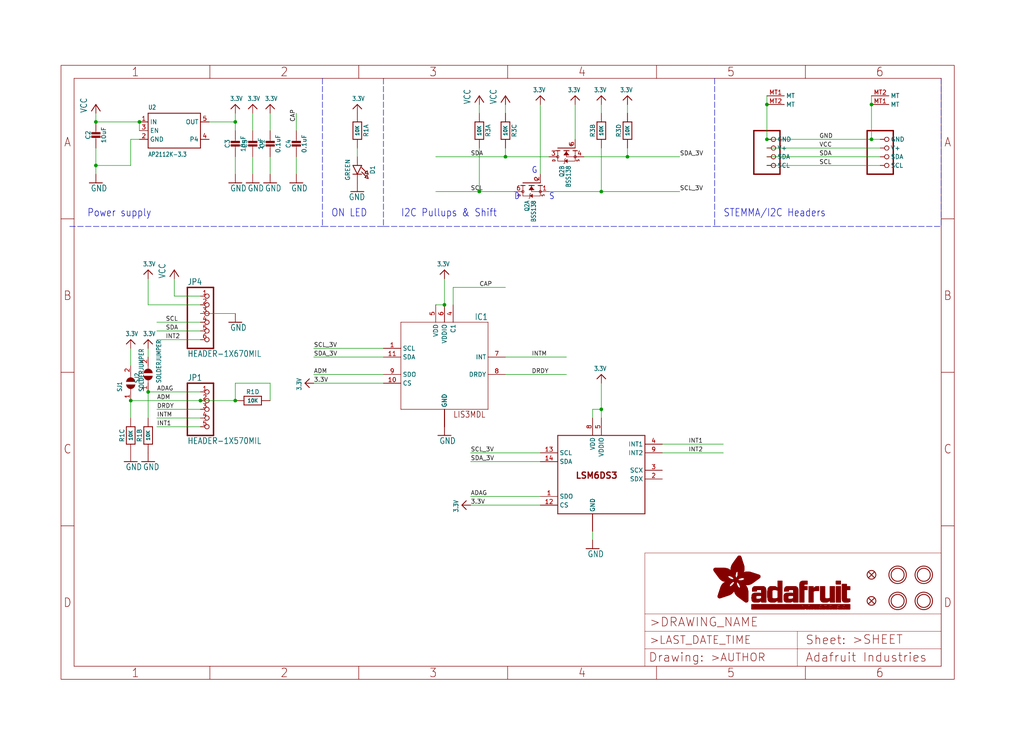
<source format=kicad_sch>
(kicad_sch (version 20211123) (generator eeschema)
  (paper "User" 298.45 217.881)
  (lib_symbols
    (symbol "LIS3MDL + LSM6DS3 rev A-eagle-import:3.3V" (power)
      (property "Value" "3.3V" (at -1.524 1.016 0))
      (symbol "3.3V_1_0"
        (pin power_in line (at 0 -2.54 90) (length 2.54) (name "3.3V") (number "1"))
      )
    )
    (symbol "LIS3MDL + LSM6DS3 rev A-eagle-import:CAP_CERAMIC0603_NO"
      (property "Reference" "C" (at -2.29 1.25 90))
      (property "Value" "CAP_CERAMIC0603_NO" (at 2.3 1.25 90))
      (symbol "CAP_CERAMIC0603_NO_1_0"
        (pin passive line (at 0 5.08 270) (length 2.54) (name "1") (number "1"))
        (pin passive line (at 0 -2.54 90) (length 2.54) (name "2") (number "2"))
      )
    )
    (symbol "LIS3MDL + LSM6DS3 rev A-eagle-import:CAP_CERAMIC0805-NOOUTLINE"
      (property "Reference" "C" (at -2.29 1.25 90))
      (property "Value" "CAP_CERAMIC0805-NOOUTLINE" (at 2.3 1.25 90))
      (symbol "CAP_CERAMIC0805-NOOUTLINE_1_0"
        (pin passive line (at 0 5.08 270) (length 2.54) (name "1") (number "1"))
        (pin passive line (at 0 -2.54 90) (length 2.54) (name "2") (number "2"))
      )
    )
    (symbol "LIS3MDL + LSM6DS3 rev A-eagle-import:FIDUCIAL_1MM")
    (symbol "LIS3MDL + LSM6DS3 rev A-eagle-import:FRAME_A4_ADAFRUIT"
      (symbol "FRAME_A4_ADAFRUIT_1_0"
        (text "1" (at 21.6958 1.905 0) (effects (font (size 2.54 2.286))))
        (text "1" (at 21.6958 177.165 0) (effects (font (size 2.54 2.286))))
        (text "2" (at 65.0875 1.905 0) (effects (font (size 2.54 2.286))))
        (text "2" (at 65.0875 177.165 0) (effects (font (size 2.54 2.286))))
        (text "3" (at 108.4792 1.905 0) (effects (font (size 2.54 2.286))))
        (text "3" (at 108.4792 177.165 0) (effects (font (size 2.54 2.286))))
        (text "4" (at 151.8708 1.905 0) (effects (font (size 2.54 2.286))))
        (text "4" (at 151.8708 177.165 0) (effects (font (size 2.54 2.286))))
        (text "5" (at 195.2625 1.905 0) (effects (font (size 2.54 2.286))))
        (text "5" (at 195.2625 177.165 0) (effects (font (size 2.54 2.286))))
        (text "6" (at 238.6542 1.905 0) (effects (font (size 2.54 2.286))))
        (text "6" (at 238.6542 177.165 0) (effects (font (size 2.54 2.286))))
        (text ">AUTHOR" (at 189.23 5.08 0) (effects (font (size 2.286 2.286)) (justify left bottom)))
        (text ">DRAWING_NAME" (at 171.45 15.24 0) (effects (font (size 2.54 2.54)) (justify left bottom)))
        (text ">LAST_DATE_TIME" (at 171.45 10.16 0) (effects (font (size 2.286 2.286)) (justify left bottom)))
        (text ">SHEET" (at 230.505 10.16 0) (effects (font (size 2.54 2.54)) (justify left bottom)))
        (text "A" (at 1.905 156.6863 0) (effects (font (size 2.54 2.286))))
        (text "A" (at 258.445 156.6863 0) (effects (font (size 2.54 2.286))))
        (text "Adafruit Industries" (at 216.916 4.953 0) (effects (font (size 2.54 2.54)) (justify left bottom)))
        (text "B" (at 1.905 111.9188 0) (effects (font (size 2.54 2.286))))
        (text "B" (at 258.445 111.9188 0) (effects (font (size 2.54 2.286))))
        (text "C" (at 1.905 67.1513 0) (effects (font (size 2.54 2.286))))
        (text "C" (at 258.445 67.1513 0) (effects (font (size 2.54 2.286))))
        (text "D" (at 1.905 22.3838 0) (effects (font (size 2.54 2.286))))
        (text "D" (at 258.445 22.3838 0) (effects (font (size 2.54 2.286))))
        (text "Drawing:" (at 171.196 4.953 0) (effects (font (size 2.54 2.54)) (justify left bottom)))
        (text "Sheet:" (at 216.916 10.033 0) (effects (font (size 2.54 2.54)) (justify left bottom)))
      )
    )
    (symbol "LIS3MDL + LSM6DS3 rev A-eagle-import:GND" (power)
      (property "Value" "GND" (at -2.54 -2.54 0))
      (symbol "GND_1_0"
        (pin power_in line (at 0 2.54 270) (length 2.54) (name "GND") (number "1"))
      )
    )
    (symbol "LIS3MDL + LSM6DS3 rev A-eagle-import:HEADER-1X570MIL"
      (property "Reference" "JP" (at -6.35 8.255 0))
      (property "Value" "HEADER-1X570MIL" (at -6.35 -10.16 0))
      (symbol "HEADER-1X570MIL_1_0"
        (pin passive inverted (at -2.54 5.08 0) (length 2.54) (name "1") (number "1"))
        (pin passive inverted (at -2.54 2.54 0) (length 2.54) (name "2") (number "2"))
        (pin passive inverted (at -2.54 0 0) (length 2.54) (name "3") (number "3"))
        (pin passive inverted (at -2.54 -2.54 0) (length 2.54) (name "4") (number "4"))
        (pin passive inverted (at -2.54 -5.08 0) (length 2.54) (name "5") (number "5"))
      )
    )
    (symbol "LIS3MDL + LSM6DS3 rev A-eagle-import:HEADER-1X670MIL"
      (property "Reference" "JP" (at -6.35 10.795 0))
      (property "Value" "HEADER-1X670MIL" (at -6.35 -10.16 0))
      (symbol "HEADER-1X670MIL_1_0"
        (pin passive inverted (at -2.54 7.62 0) (length 2.54) (name "1") (number "1"))
        (pin passive inverted (at -2.54 5.08 0) (length 2.54) (name "2") (number "2"))
        (pin passive inverted (at -2.54 2.54 0) (length 2.54) (name "3") (number "3"))
        (pin passive inverted (at -2.54 0 0) (length 2.54) (name "4") (number "4"))
        (pin passive inverted (at -2.54 -2.54 0) (length 2.54) (name "5") (number "5"))
        (pin passive inverted (at -2.54 -5.08 0) (length 2.54) (name "6") (number "6"))
      )
    )
    (symbol "LIS3MDL + LSM6DS3 rev A-eagle-import:LED0603_NOOUTLINE"
      (property "Reference" "D" (at -1.27 4.445 0))
      (property "Value" "LED0603_NOOUTLINE" (at -1.27 -2.794 0))
      (symbol "LED0603_NOOUTLINE_1_0"
        (pin passive line (at -5.08 0 0) (length 2.54) (name "A") (number "A"))
        (pin passive line (at 2.54 0 180) (length 2.54) (name "C") (number "C"))
      )
    )
    (symbol "LIS3MDL + LSM6DS3 rev A-eagle-import:LIS3MDL"
      (property "Reference" "IC" (at 12.7 15.24 0))
      (symbol "LIS3MDL_1_0"
        (text "LIS3MDL" (at 2.54 -15.24 0) (effects (font (size 1.778 1.5113)) (justify left bottom)))
        (pin input line (at -17.78 5.08 0) (length 5.08) (name "SCL") (number "1"))
        (pin input line (at -17.78 -5.08 0) (length 5.08) (name "CS") (number "10"))
        (pin bidirectional line (at -17.78 2.54 0) (length 5.08) (name "SDA") (number "11"))
        (pin power_in line (at 0 -17.78 90) (length 5.08) (name "GND") (number "12"))
        (pin power_in line (at 0 -17.78 90) (length 5.08) (name "GND") (number "2"))
        (pin power_in line (at 0 -17.78 90) (length 5.08) (name "GND") (number "3"))
        (pin input line (at 2.54 17.78 270) (length 5.08) (name "C1") (number "4"))
        (pin power_in line (at -2.54 17.78 270) (length 5.08) (name "VDD") (number "5"))
        (pin power_in line (at 0 17.78 270) (length 5.08) (name "VDDIO") (number "6"))
        (pin output line (at 17.78 2.54 180) (length 5.08) (name "INT") (number "7"))
        (pin output line (at 17.78 -2.54 180) (length 5.08) (name "DRDY") (number "8"))
        (pin bidirectional line (at -17.78 -2.54 0) (length 5.08) (name "SDO") (number "9"))
      )
    )
    (symbol "LIS3MDL + LSM6DS3 rev A-eagle-import:LSM6DS3"
      (symbol "LSM6DS3_1_0"
        (text "LSM6DS3" (at -5.08 -2.54 0) (effects (font (size 1.778 1.778) (thickness 0.3556) bold) (justify left bottom)))
        (pin bidirectional line (at -15.24 -7.62 0) (length 5.08) (name "SDO") (number "1"))
        (pin bidirectional line (at -15.24 -10.16 0) (length 5.08) (name "CS") (number "12"))
        (pin bidirectional line (at -15.24 5.08 0) (length 5.08) (name "SCL") (number "13"))
        (pin bidirectional line (at -15.24 2.54 0) (length 5.08) (name "SDA") (number "14"))
        (pin bidirectional line (at 20.32 -2.54 180) (length 5.08) (name "SDX") (number "2"))
        (pin bidirectional line (at 20.32 0 180) (length 5.08) (name "SCX") (number "3"))
        (pin bidirectional line (at 20.32 7.62 180) (length 5.08) (name "INT1") (number "4"))
        (pin power_in line (at 2.54 15.24 270) (length 5.08) (name "VDDIO") (number "5"))
        (pin power_in line (at 0 -17.78 90) (length 5.08) (name "GND") (number "6"))
        (pin power_in line (at 0 -17.78 90) (length 5.08) (name "GND") (number "7"))
        (pin power_in line (at 0 15.24 270) (length 5.08) (name "VDD") (number "8"))
        (pin bidirectional line (at 20.32 5.08 180) (length 5.08) (name "INT2") (number "9"))
      )
    )
    (symbol "LIS3MDL + LSM6DS3 rev A-eagle-import:MOSFET-N_DUAL"
      (property "Reference" "Q" (at 5.08 0.635 0))
      (property "Value" "MOSFET-N_DUAL" (at 5.08 -1.27 0))
      (symbol "MOSFET-N_DUAL_1_0"
        (text "D" (at 3.175 3.175 0) (effects (font (size 0.8128 0.6908)) (justify left bottom)))
        (text "G" (at -1.27 -1.905 0) (effects (font (size 0.8128 0.6908)) (justify left bottom)))
        (text "S" (at 3.175 -3.81 0) (effects (font (size 0.8128 0.6908)) (justify left bottom)))
        (pin bidirectional line (at 2.54 -5.08 90) (length 2.54) (name "S") (number "1"))
        (pin bidirectional line (at -2.54 -2.54 0) (length 2.54) (name "G") (number "2"))
        (pin bidirectional line (at 2.54 5.08 270) (length 2.54) (name "D") (number "6"))
      )
      (symbol "MOSFET-N_DUAL_2_0"
        (text "D" (at 3.175 3.175 0) (effects (font (size 0.8128 0.6908)) (justify left bottom)))
        (text "G" (at -1.27 -1.905 0) (effects (font (size 0.8128 0.6908)) (justify left bottom)))
        (text "S" (at 3.175 -3.81 0) (effects (font (size 0.8128 0.6908)) (justify left bottom)))
        (pin bidirectional line (at 2.54 5.08 270) (length 2.54) (name "D") (number "3"))
        (pin bidirectional line (at 2.54 -5.08 90) (length 2.54) (name "S") (number "4"))
        (pin bidirectional line (at -2.54 -2.54 0) (length 2.54) (name "G") (number "5"))
      )
    )
    (symbol "LIS3MDL + LSM6DS3 rev A-eagle-import:MOUNTINGHOLE2.5")
    (symbol "LIS3MDL + LSM6DS3 rev A-eagle-import:RESISTOR_4PACK"
      (property "Reference" "R" (at 0 2.54 0))
      (property "Value" "RESISTOR_4PACK" (at 0 0 0))
      (symbol "RESISTOR_4PACK_1_0"
        (pin passive line (at -5.08 0 0) (length 2.54) (name "1") (number "1"))
        (pin passive line (at 5.08 0 180) (length 2.54) (name "2") (number "8"))
      )
      (symbol "RESISTOR_4PACK_2_0"
        (pin passive line (at -5.08 0 0) (length 2.54) (name "1") (number "2"))
        (pin passive line (at 5.08 0 180) (length 2.54) (name "2") (number "7"))
      )
      (symbol "RESISTOR_4PACK_3_0"
        (pin passive line (at -5.08 0 0) (length 2.54) (name "1") (number "3"))
        (pin passive line (at 5.08 0 180) (length 2.54) (name "2") (number "6"))
      )
      (symbol "RESISTOR_4PACK_4_0"
        (pin passive line (at -5.08 0 0) (length 2.54) (name "1") (number "4"))
        (pin passive line (at 5.08 0 180) (length 2.54) (name "2") (number "5"))
      )
    )
    (symbol "LIS3MDL + LSM6DS3 rev A-eagle-import:SOLDERJUMPER"
      (property "Reference" "SJ" (at -2.54 2.54 0))
      (property "Value" "SOLDERJUMPER" (at -2.54 -3.81 0))
      (symbol "SOLDERJUMPER_1_0"
        (pin passive line (at -5.08 0 0) (length 2.54) (name "1") (number "1"))
        (pin passive line (at 5.08 0 180) (length 2.54) (name "2") (number "2"))
      )
    )
    (symbol "LIS3MDL + LSM6DS3 rev A-eagle-import:STEMMA_I2C_QT"
      (symbol "STEMMA_I2C_QT_1_0"
        (pin passive inverted (at 0 5.08 0) (length 2.54) (name "GND") (number "1"))
        (pin passive inverted (at 0 2.54 0) (length 2.54) (name "V+") (number "2"))
        (pin passive inverted (at 0 0 0) (length 2.54) (name "SDA") (number "3"))
        (pin passive inverted (at 0 -2.54 0) (length 2.54) (name "SCL") (number "4"))
      )
      (symbol "STEMMA_I2C_QT_2_0"
        (pin bidirectional line (at 0 0 0) (length 5.08) (name "MT") (number "MT1"))
      )
      (symbol "STEMMA_I2C_QT_3_0"
        (pin bidirectional line (at 0 0 0) (length 5.08) (name "MT") (number "MT2"))
      )
    )
    (symbol "LIS3MDL + LSM6DS3 rev A-eagle-import:VCC" (power)
      (property "Value" "VCC" (at -2.54 -2.54 90))
      (symbol "VCC_1_0"
        (pin power_in line (at 0 -2.54 90) (length 2.54) (name "VCC") (number "1"))
      )
    )
    (symbol "LIS3MDL + LSM6DS3 rev A-eagle-import:VREG_SOT23-5"
      (property "Reference" "U" (at -7.62 6.096 0))
      (property "Value" "VREG_SOT23-5" (at -7.62 -7.62 0))
      (symbol "VREG_SOT23-5_1_0"
        (pin power_in line (at -10.16 2.54 0) (length 2.54) (name "IN") (number "1"))
        (pin power_in line (at -10.16 -2.54 0) (length 2.54) (name "GND") (number "2"))
        (pin input line (at -10.16 0 0) (length 2.54) (name "EN") (number "3"))
        (pin bidirectional line (at 10.16 -2.54 180) (length 2.54) (name "P4") (number "4"))
        (pin power_in line (at 10.16 2.54 180) (length 2.54) (name "OUT") (number "5"))
      )
    )
  )
  (junction (at 139.7 55.88))
  (junction (at 254 30.48))
  (junction (at 68.58 116.84))
  (junction (at 40.64 35.56))
  (junction (at 223.52 30.48))
  (junction (at 223.52 40.64))
  (junction (at 147.32 45.72))
  (junction (at 27.94 35.56))
  (junction (at 254 40.64))
  (junction (at 43.18 114.3))
  (junction (at 58.42 116.84))
  (junction (at 27.94 48.26))
  (junction (at 175.26 119.38))
  (junction (at 182.88 45.72))
  (junction (at 129.54 88.9))
  (junction (at 38.1 116.84))
  (junction (at 68.58 35.56))
  (junction (at 175.26 55.88))
  (wire (pts (xy 139.7 30.48) (xy 139.7 33.02)))
  (wire (pts (xy 182.88 45.72) (xy 198.12 45.72)))
  (wire (pts (xy 175.26 121.92) (xy 175.26 119.38)))
  (polyline (pts (xy 93.98 66.04) (xy 111.76 66.04)))
  (wire (pts (xy 91.44 104.14) (xy 111.76 104.14)))
  (wire (pts (xy 111.76 109.22) (xy 91.44 109.22)))
  (wire (pts (xy 175.26 55.88) (xy 198.12 55.88)))
  (wire (pts (xy 58.42 88.9) (xy 43.18 88.9)))
  (wire (pts (xy 68.58 35.56) (xy 68.58 38.1)))
  (polyline (pts (xy 20.32 66.04) (xy 93.98 66.04)))
  (wire (pts (xy 40.64 40.64) (xy 38.1 40.64)))
  (wire (pts (xy 160.02 55.88) (xy 175.26 55.88)))
  (polyline (pts (xy 274.32 22.86) (xy 274.32 66.04)))
  (wire (pts (xy 38.1 40.64) (xy 38.1 48.26)))
  (wire (pts (xy 27.94 33.02) (xy 27.94 35.56)))
  (wire (pts (xy 38.1 116.84) (xy 38.1 121.92)))
  (wire (pts (xy 58.42 96.52) (xy 45.72 96.52)))
  (wire (pts (xy 223.52 30.48) (xy 223.52 40.64)))
  (polyline (pts (xy 208.28 66.04) (xy 274.32 66.04)))
  (wire (pts (xy 68.58 45.72) (xy 68.58 50.8)))
  (wire (pts (xy 139.7 43.18) (xy 139.7 55.88)))
  (wire (pts (xy 38.1 101.6) (xy 38.1 106.68)))
  (wire (pts (xy 78.74 111.76) (xy 68.58 111.76)))
  (wire (pts (xy 147.32 104.14) (xy 165.1 104.14)))
  (wire (pts (xy 58.42 124.46) (xy 45.72 124.46)))
  (wire (pts (xy 58.42 119.38) (xy 45.72 119.38)))
  (wire (pts (xy 147.32 45.72) (xy 127 45.72)))
  (wire (pts (xy 78.74 116.84) (xy 78.74 111.76)))
  (wire (pts (xy 111.76 111.76) (xy 91.44 111.76)))
  (wire (pts (xy 254 30.48) (xy 254 40.64)))
  (wire (pts (xy 172.72 119.38) (xy 175.26 119.38)))
  (wire (pts (xy 254 40.64) (xy 223.52 40.64)))
  (wire (pts (xy 73.66 38.1) (xy 73.66 33.02)))
  (wire (pts (xy 172.72 119.38) (xy 172.72 121.92)))
  (polyline (pts (xy 111.76 22.86) (xy 111.76 66.04)))
  (wire (pts (xy 73.66 45.72) (xy 73.66 50.8)))
  (wire (pts (xy 68.58 35.56) (xy 68.58 33.02)))
  (wire (pts (xy 139.7 55.88) (xy 127 55.88)))
  (wire (pts (xy 182.88 33.02) (xy 182.88 30.48)))
  (wire (pts (xy 157.48 50.8) (xy 157.48 30.48)))
  (wire (pts (xy 86.36 33.02) (xy 86.36 38.1)))
  (wire (pts (xy 58.42 121.92) (xy 45.72 121.92)))
  (wire (pts (xy 58.42 99.06) (xy 45.72 99.06)))
  (wire (pts (xy 157.48 134.62) (xy 137.16 134.62)))
  (wire (pts (xy 40.64 35.56) (xy 27.94 35.56)))
  (wire (pts (xy 58.42 93.98) (xy 45.72 93.98)))
  (wire (pts (xy 182.88 43.18) (xy 182.88 45.72)))
  (wire (pts (xy 160.02 45.72) (xy 147.32 45.72)))
  (wire (pts (xy 157.48 147.32) (xy 137.16 147.32)))
  (wire (pts (xy 43.18 121.92) (xy 43.18 114.3)))
  (wire (pts (xy 132.08 88.9) (xy 132.08 83.82)))
  (wire (pts (xy 127 88.9) (xy 129.54 88.9)))
  (wire (pts (xy 170.18 45.72) (xy 182.88 45.72)))
  (wire (pts (xy 167.64 40.64) (xy 167.64 30.48)))
  (wire (pts (xy 43.18 114.3) (xy 58.42 114.3)))
  (wire (pts (xy 147.32 43.18) (xy 147.32 45.72)))
  (wire (pts (xy 254 27.94) (xy 254 30.48)))
  (wire (pts (xy 175.26 43.18) (xy 175.26 55.88)))
  (wire (pts (xy 38.1 48.26) (xy 27.94 48.26)))
  (wire (pts (xy 58.42 86.36) (xy 50.8 86.36)))
  (wire (pts (xy 27.94 48.26) (xy 27.94 50.8)))
  (wire (pts (xy 129.54 88.9) (xy 129.54 81.28)))
  (wire (pts (xy 27.94 48.26) (xy 27.94 43.18)))
  (wire (pts (xy 157.48 144.78) (xy 137.16 144.78)))
  (wire (pts (xy 58.42 91.44) (xy 68.58 91.44)))
  (wire (pts (xy 256.54 40.64) (xy 254 40.64)))
  (wire (pts (xy 256.54 45.72) (xy 223.52 45.72)))
  (wire (pts (xy 111.76 101.6) (xy 91.44 101.6)))
  (wire (pts (xy 147.32 33.02) (xy 147.32 30.48)))
  (wire (pts (xy 40.64 38.1) (xy 40.64 35.56)))
  (polyline (pts (xy 111.76 66.04) (xy 208.28 66.04)))
  (wire (pts (xy 43.18 88.9) (xy 43.18 81.28)))
  (wire (pts (xy 43.18 104.14) (xy 43.18 101.6)))
  (wire (pts (xy 223.52 48.26) (xy 256.54 48.26)))
  (wire (pts (xy 210.82 132.08) (xy 193.04 132.08)))
  (wire (pts (xy 193.04 129.54) (xy 210.82 129.54)))
  (wire (pts (xy 165.1 109.22) (xy 147.32 109.22)))
  (wire (pts (xy 175.26 119.38) (xy 175.26 111.76)))
  (wire (pts (xy 78.74 45.72) (xy 78.74 50.8)))
  (wire (pts (xy 175.26 33.02) (xy 175.26 30.48)))
  (wire (pts (xy 137.16 132.08) (xy 157.48 132.08)))
  (wire (pts (xy 60.96 35.56) (xy 68.58 35.56)))
  (wire (pts (xy 58.42 116.84) (xy 68.58 116.84)))
  (wire (pts (xy 50.8 86.36) (xy 50.8 81.28)))
  (wire (pts (xy 104.14 45.72) (xy 104.14 43.18)))
  (wire (pts (xy 86.36 45.72) (xy 86.36 50.8)))
  (polyline (pts (xy 208.28 22.86) (xy 208.28 66.04)))
  (wire (pts (xy 58.42 116.84) (xy 38.1 116.84)))
  (wire (pts (xy 149.86 55.88) (xy 139.7 55.88)))
  (wire (pts (xy 68.58 111.76) (xy 68.58 116.84)))
  (polyline (pts (xy 93.98 22.86) (xy 93.98 66.04)))
  (wire (pts (xy 132.08 83.82) (xy 147.32 83.82)))
  (wire (pts (xy 223.52 27.94) (xy 223.52 30.48)))
  (wire (pts (xy 223.52 43.18) (xy 256.54 43.18)))
  (wire (pts (xy 172.72 154.94) (xy 172.72 157.48)))
  (wire (pts (xy 78.74 33.02) (xy 78.74 38.1)))
  (text "D" (at 149.86 58.42 180) (effects (font (size 1.778 1.5113)) (justify left bottom)))
  (text "STEMMA/I2C Headers" (at 210.82 63.5 180) (effects (font (size 2.1844 1.8567)) (justify left bottom)))
  (text "Power supply" (at 25.4 63.5 180) (effects (font (size 2.1844 1.8567)) (justify left bottom)))
  (text "G" (at 154.94 50.8 180) (effects (font (size 1.778 1.5113)) (justify left bottom)))
  (text "I2C Pullups & Shift" (at 116.84 63.5 180) (effects (font (size 2.1844 1.8567)) (justify left bottom)))
  (text "ON LED" (at 96.52 63.5 180) (effects (font (size 2.1844 1.8567)) (justify left bottom)))
  (text "S" (at 160.02 58.42 180) (effects (font (size 1.778 1.5113)) (justify left bottom)))
  (label "CAP" (at 139.7 83.82 0) (effects (font (size 1.2446 1.2446))))
  (label "SCL" (at 137.16 55.88 0) (effects (font (size 1.2446 1.2446))))
  (label "SCL_3V" (at 91.44 101.6 0) (effects (font (size 1.2446 1.2446))))
  (label "SCL_3V" (at 137.16 132.08 0) (effects (font (size 1.2446 1.2446))))
  (label "SDA" (at 137.16 45.72 0) (effects (font (size 1.2446 1.2446))))
  (label "SDA_3V" (at 198.12 45.72 0) (effects (font (size 1.2446 1.2446))))
  (label "SCL" (at 48.26 93.98 0) (effects (font (size 1.2446 1.2446))))
  (label "3.3V" (at 137.16 147.32 0) (effects (font (size 1.2446 1.2446))))
  (label "INT2" (at 200.66 132.08 0) (effects (font (size 1.2446 1.2446))))
  (label "INT1" (at 200.66 129.54 0) (effects (font (size 1.2446 1.2446))))
  (label "ADM" (at 45.72 116.84 0) (effects (font (size 1.2446 1.2446))))
  (label "SDA_3V" (at 137.16 134.62 0) (effects (font (size 1.2446 1.2446))))
  (label "3.3V" (at 91.44 111.76 0) (effects (font (size 1.2446 1.2446))))
  (label "SCL_3V" (at 198.12 55.88 0) (effects (font (size 1.2446 1.2446))))
  (label "INT1" (at 45.72 124.46 0) (effects (font (size 1.2446 1.2446))))
  (label "DRDY" (at 154.94 109.22 0) (effects (font (size 1.2446 1.2446))))
  (label "ADAG" (at 45.72 114.3 0) (effects (font (size 1.2446 1.2446))))
  (label "GND" (at 238.76 40.64 0) (effects (font (size 1.2446 1.2446))))
  (label "INTM" (at 45.72 121.92 0) (effects (font (size 1.2446 1.2446))))
  (label "SDA" (at 48.26 96.52 0) (effects (font (size 1.2446 1.2446))))
  (label "SDA_3V" (at 91.44 104.14 0) (effects (font (size 1.2446 1.2446))))
  (label "DRDY" (at 45.72 119.38 0) (effects (font (size 1.2446 1.2446))))
  (label "INT2" (at 48.26 99.06 0) (effects (font (size 1.2446 1.2446))))
  (label "VCC" (at 238.76 43.18 0) (effects (font (size 1.2446 1.2446))))
  (label "CAP" (at 86.36 35.56 90) (effects (font (size 1.2446 1.2446))))
  (label "SDA" (at 238.76 45.72 0) (effects (font (size 1.2446 1.2446))))
  (label "ADAG" (at 137.16 144.78 0) (effects (font (size 1.2446 1.2446))))
  (label "INTM" (at 154.94 104.14 0) (effects (font (size 1.2446 1.2446))))
  (label "SCL" (at 238.76 48.26 0) (effects (font (size 1.2446 1.2446))))
  (label "ADM" (at 91.44 109.22 0) (effects (font (size 1.2446 1.2446))))
  (symbol (lib_id "LIS3MDL + LSM6DS3 rev A-eagle-import:3.3V") (at 129.54 78.74 0) (mirror y) (unit 1)
    (property "Reference" "#U$4" (effects hide))
    (property "Value" "3.3V" (at 131.064 77.724 0) (effects (font (size 1.27 1.0795)) (justify left bottom)))
    (property "Footprint" "LIS3MDL + LSM6DS3 rev A:" (effects hide))
  )
  (symbol (lib_id "LIS3MDL + LSM6DS3 rev A-eagle-import:VCC") (at 139.7 27.94 0) (unit 1)
    (property "Reference" "#P+1" (effects hide))
    (property "Value" "VCC" (at 137.16 30.48 90) (effects (font (size 1.778 1.5113)) (justify left bottom)))
    (property "Footprint" "LIS3MDL + LSM6DS3 rev A:" (effects hide))
  )
  (symbol (lib_id "LIS3MDL + LSM6DS3 rev A-eagle-import:VCC") (at 147.32 27.94 0) (unit 1)
    (property "Reference" "#P+2" (effects hide))
    (property "Value" "VCC" (at 144.78 30.48 90) (effects (font (size 1.778 1.5113)) (justify left bottom)))
    (property "Footprint" "LIS3MDL + LSM6DS3 rev A:" (effects hide))
  )
  (symbol (lib_id "LIS3MDL + LSM6DS3 rev A-eagle-import:LIS3MDL") (at 129.54 106.68 0) (unit 1)
    (property "Reference" "IC1" (at 142.24 91.44 0) (effects (font (size 1.778 1.5113)) (justify right top)))
    (property "Value" "LIS3MDL" (effects hide))
    (property "Footprint" "LIS3MDL + LSM6DS3 rev A:LGA12_2X2MM" (effects hide))
  )
  (symbol (lib_id "LIS3MDL + LSM6DS3 rev A-eagle-import:3.3V") (at 68.58 30.48 0) (unit 1)
    (property "Reference" "#U$15" (effects hide))
    (property "Value" "3.3V" (at 67.056 29.464 0) (effects (font (size 1.27 1.0795)) (justify left bottom)))
    (property "Footprint" "LIS3MDL + LSM6DS3 rev A:" (effects hide))
  )
  (symbol (lib_id "LIS3MDL + LSM6DS3 rev A-eagle-import:CAP_CERAMIC0805-NOOUTLINE") (at 27.94 40.64 0) (unit 1)
    (property "Reference" "C2" (at 25.65 39.39 90))
    (property "Value" "10uF" (at 30.24 39.39 90))
    (property "Footprint" "LIS3MDL + LSM6DS3 rev A:0805-NO" (effects hide))
  )
  (symbol (lib_id "LIS3MDL + LSM6DS3 rev A-eagle-import:3.3V") (at 175.26 109.22 0) (mirror y) (unit 1)
    (property "Reference" "#U$28" (effects hide))
    (property "Value" "3.3V" (at 176.784 108.204 0) (effects (font (size 1.27 1.0795)) (justify left bottom)))
    (property "Footprint" "LIS3MDL + LSM6DS3 rev A:" (effects hide))
  )
  (symbol (lib_id "LIS3MDL + LSM6DS3 rev A-eagle-import:3.3V") (at 175.26 27.94 0) (mirror y) (unit 1)
    (property "Reference" "#U$24" (effects hide))
    (property "Value" "3.3V" (at 176.784 26.924 0) (effects (font (size 1.27 1.0795)) (justify left bottom)))
    (property "Footprint" "LIS3MDL + LSM6DS3 rev A:" (effects hide))
  )
  (symbol (lib_id "LIS3MDL + LSM6DS3 rev A-eagle-import:MOSFET-N_DUAL") (at 165.1 43.18 90) (mirror x) (unit 2)
    (property "Reference" "Q2" (at 164.465 48.26 0) (effects (font (size 1.27 1.0795)) (justify left bottom)))
    (property "Value" "BSS138" (at 166.37 48.26 0) (effects (font (size 1.27 1.0795)) (justify left bottom)))
    (property "Footprint" "LIS3MDL + LSM6DS3 rev A:SOT363" (effects hide))
  )
  (symbol (lib_id "LIS3MDL + LSM6DS3 rev A-eagle-import:3.3V") (at 167.64 27.94 0) (mirror y) (unit 1)
    (property "Reference" "#U$23" (effects hide))
    (property "Value" "3.3V" (at 169.164 26.924 0) (effects (font (size 1.27 1.0795)) (justify left bottom)))
    (property "Footprint" "LIS3MDL + LSM6DS3 rev A:" (effects hide))
  )
  (symbol (lib_id "LIS3MDL + LSM6DS3 rev A-eagle-import:VREG_SOT23-5") (at 50.8 38.1 0) (unit 1)
    (property "Reference" "U2" (at 43.18 32.004 0) (effects (font (size 1.27 1.0795)) (justify left bottom)))
    (property "Value" "AP2112K-3.3" (at 43.18 45.72 0) (effects (font (size 1.27 1.0795)) (justify left bottom)))
    (property "Footprint" "LIS3MDL + LSM6DS3 rev A:SOT23-5" (effects hide))
  )
  (symbol (lib_id "LIS3MDL + LSM6DS3 rev A-eagle-import:SOLDERJUMPER") (at 38.1 111.76 90) (unit 1)
    (property "Reference" "SJ1" (at 35.56 114.3 0) (effects (font (size 1.27 1.0795)) (justify left bottom)))
    (property "Value" "SOLDERJUMPER" (at 41.91 114.3 0) (effects (font (size 1.27 1.0795)) (justify left bottom)))
    (property "Footprint" "LIS3MDL + LSM6DS3 rev A:SOLDERJUMPER_ARROW_NOPASTE" (effects hide))
  )
  (symbol (lib_id "LIS3MDL + LSM6DS3 rev A-eagle-import:GND") (at 172.72 160.02 0) (unit 1)
    (property "Reference" "#U$12" (effects hide))
    (property "Value" "GND" (at 171.196 162.56 0) (effects (font (size 1.778 1.5113)) (justify left bottom)))
    (property "Footprint" "LIS3MDL + LSM6DS3 rev A:" (effects hide))
  )
  (symbol (lib_id "LIS3MDL + LSM6DS3 rev A-eagle-import:CAP_CERAMIC0603_NO") (at 78.74 43.18 0) (unit 1)
    (property "Reference" "C1" (at 76.45 41.93 90))
    (property "Value" "0.1uF" (at 81.04 41.93 90))
    (property "Footprint" "LIS3MDL + LSM6DS3 rev A:0603-NO" (effects hide))
  )
  (symbol (lib_id "LIS3MDL + LSM6DS3 rev A-eagle-import:LED0603_NOOUTLINE") (at 104.14 50.8 270) (unit 1)
    (property "Reference" "D1" (at 108.585 49.53 0))
    (property "Value" "GREEN" (at 101.346 49.53 0))
    (property "Footprint" "LIS3MDL + LSM6DS3 rev A:CHIPLED_0603_NOOUTLINE" (effects hide))
  )
  (symbol (lib_id "LIS3MDL + LSM6DS3 rev A-eagle-import:FIDUCIAL_1MM") (at 254 167.64 0) (unit 1)
    (property "Reference" "FID4" (effects hide))
    (property "Value" "FIDUCIAL_1MM" (effects hide))
    (property "Footprint" "LIS3MDL + LSM6DS3 rev A:FIDUCIAL_1MM" (effects hide))
  )
  (symbol (lib_id "LIS3MDL + LSM6DS3 rev A-eagle-import:RESISTOR_4PACK") (at 139.7 38.1 270) (unit 1)
    (property "Reference" "R3" (at 142.24 38.1 0))
    (property "Value" "10K" (at 139.7 38.1 0) (effects (font (size 1.016 1.016) bold)))
    (property "Footprint" "LIS3MDL + LSM6DS3 rev A:RESPACK_4X0603" (effects hide))
  )
  (symbol (lib_id "LIS3MDL + LSM6DS3 rev A-eagle-import:RESISTOR_4PACK") (at 147.32 38.1 270) (unit 3)
    (property "Reference" "R3" (at 149.86 38.1 0))
    (property "Value" "10K" (at 147.32 38.1 0) (effects (font (size 1.016 1.016) bold)))
    (property "Footprint" "LIS3MDL + LSM6DS3 rev A:RESPACK_4X0603" (effects hide))
  )
  (symbol (lib_id "LIS3MDL + LSM6DS3 rev A-eagle-import:STEMMA_I2C_QT") (at 223.52 27.94 0) (unit 2)
    (property "Reference" "CONN3" (effects hide))
    (property "Value" "STEMMA_I2C_QT" (effects hide))
    (property "Footprint" "LIS3MDL + LSM6DS3 rev A:JST_SH4" (effects hide))
  )
  (symbol (lib_id "LIS3MDL + LSM6DS3 rev A-eagle-import:RESISTOR_4PACK") (at 43.18 127 90) (unit 2)
    (property "Reference" "R1" (at 40.64 127 0))
    (property "Value" "10K" (at 43.18 127 0) (effects (font (size 1.016 1.016) bold)))
    (property "Footprint" "LIS3MDL + LSM6DS3 rev A:RESPACK_4X0603" (effects hide))
  )
  (symbol (lib_id "LIS3MDL + LSM6DS3 rev A-eagle-import:FIDUCIAL_1MM") (at 254 175.26 0) (unit 1)
    (property "Reference" "FID3" (effects hide))
    (property "Value" "FIDUCIAL_1MM" (effects hide))
    (property "Footprint" "LIS3MDL + LSM6DS3 rev A:FIDUCIAL_1MM" (effects hide))
  )
  (symbol (lib_id "LIS3MDL + LSM6DS3 rev A-eagle-import:RESISTOR_4PACK") (at 104.14 38.1 270) (unit 1)
    (property "Reference" "R1" (at 106.68 38.1 0))
    (property "Value" "10K" (at 104.14 38.1 0) (effects (font (size 1.016 1.016) bold)))
    (property "Footprint" "LIS3MDL + LSM6DS3 rev A:RESPACK_4X0603" (effects hide))
  )
  (symbol (lib_id "LIS3MDL + LSM6DS3 rev A-eagle-import:GND") (at 86.36 53.34 0) (unit 1)
    (property "Reference" "#U$9" (effects hide))
    (property "Value" "GND" (at 84.836 55.88 0) (effects (font (size 1.778 1.5113)) (justify left bottom)))
    (property "Footprint" "LIS3MDL + LSM6DS3 rev A:" (effects hide))
  )
  (symbol (lib_id "LIS3MDL + LSM6DS3 rev A-eagle-import:3.3V") (at 88.9 111.76 90) (mirror x) (unit 1)
    (property "Reference" "#U$29" (effects hide))
    (property "Value" "3.3V" (at 87.884 110.236 0) (effects (font (size 1.27 1.0795)) (justify left bottom)))
    (property "Footprint" "LIS3MDL + LSM6DS3 rev A:" (effects hide))
  )
  (symbol (lib_id "LIS3MDL + LSM6DS3 rev A-eagle-import:GND") (at 68.58 53.34 0) (unit 1)
    (property "Reference" "#U$5" (effects hide))
    (property "Value" "GND" (at 67.056 55.88 0) (effects (font (size 1.778 1.5113)) (justify left bottom)))
    (property "Footprint" "LIS3MDL + LSM6DS3 rev A:" (effects hide))
  )
  (symbol (lib_id "LIS3MDL + LSM6DS3 rev A-eagle-import:HEADER-1X570MIL") (at 60.96 119.38 0) (unit 1)
    (property "Reference" "JP1" (at 54.61 111.125 0) (effects (font (size 1.778 1.5113)) (justify left bottom)))
    (property "Value" "HEADER-1X570MIL" (at 54.61 129.54 0) (effects (font (size 1.778 1.5113)) (justify left bottom)))
    (property "Footprint" "LIS3MDL + LSM6DS3 rev A:1X05_ROUND_70" (effects hide))
  )
  (symbol (lib_id "LIS3MDL + LSM6DS3 rev A-eagle-import:3.3V") (at 134.62 147.32 90) (mirror x) (unit 1)
    (property "Reference" "#U$32" (effects hide))
    (property "Value" "3.3V" (at 133.604 145.796 0) (effects (font (size 1.27 1.0795)) (justify left bottom)))
    (property "Footprint" "LIS3MDL + LSM6DS3 rev A:" (effects hide))
  )
  (symbol (lib_id "LIS3MDL + LSM6DS3 rev A-eagle-import:STEMMA_I2C_QT") (at 254 27.94 0) (unit 3)
    (property "Reference" "CONN4" (effects hide))
    (property "Value" "STEMMA_I2C_QT" (effects hide))
    (property "Footprint" "LIS3MDL + LSM6DS3 rev A:JST_SH4" (effects hide))
  )
  (symbol (lib_id "LIS3MDL + LSM6DS3 rev A-eagle-import:3.3V") (at 104.14 30.48 0) (unit 1)
    (property "Reference" "#U$3" (effects hide))
    (property "Value" "3.3V" (at 102.616 29.464 0) (effects (font (size 1.27 1.0795)) (justify left bottom)))
    (property "Footprint" "LIS3MDL + LSM6DS3 rev A:" (effects hide))
  )
  (symbol (lib_id "LIS3MDL + LSM6DS3 rev A-eagle-import:MOUNTINGHOLE2.5") (at 269.24 167.64 0) (unit 1)
    (property "Reference" "U$19" (effects hide))
    (property "Value" "MOUNTINGHOLE2.5" (effects hide))
    (property "Footprint" "LIS3MDL + LSM6DS3 rev A:MOUNTINGHOLE_2.5_PLATED" (effects hide))
  )
  (symbol (lib_id "LIS3MDL + LSM6DS3 rev A-eagle-import:STEMMA_I2C_QT") (at 256.54 45.72 0) (unit 1)
    (property "Reference" "CONN4" (effects hide))
    (property "Value" "STEMMA_I2C_QT" (effects hide))
    (property "Footprint" "LIS3MDL + LSM6DS3 rev A:JST_SH4" (effects hide))
  )
  (symbol (lib_id "LIS3MDL + LSM6DS3 rev A-eagle-import:3.3V") (at 182.88 27.94 0) (mirror y) (unit 1)
    (property "Reference" "#U$7" (effects hide))
    (property "Value" "3.3V" (at 184.404 26.924 0) (effects (font (size 1.27 1.0795)) (justify left bottom)))
    (property "Footprint" "LIS3MDL + LSM6DS3 rev A:" (effects hide))
  )
  (symbol (lib_id "LIS3MDL + LSM6DS3 rev A-eagle-import:GND") (at 78.74 53.34 0) (unit 1)
    (property "Reference" "#U$6" (effects hide))
    (property "Value" "GND" (at 77.216 55.88 0) (effects (font (size 1.778 1.5113)) (justify left bottom)))
    (property "Footprint" "LIS3MDL + LSM6DS3 rev A:" (effects hide))
  )
  (symbol (lib_id "LIS3MDL + LSM6DS3 rev A-eagle-import:RESISTOR_4PACK") (at 182.88 38.1 90) (mirror x) (unit 4)
    (property "Reference" "R3" (at 180.34 38.1 0))
    (property "Value" "10K" (at 182.88 38.1 0) (effects (font (size 1.016 1.016) bold)))
    (property "Footprint" "LIS3MDL + LSM6DS3 rev A:RESPACK_4X0603" (effects hide))
  )
  (symbol (lib_id "LIS3MDL + LSM6DS3 rev A-eagle-import:MOUNTINGHOLE2.5") (at 261.62 175.26 0) (unit 1)
    (property "Reference" "U$1" (effects hide))
    (property "Value" "MOUNTINGHOLE2.5" (effects hide))
    (property "Footprint" "LIS3MDL + LSM6DS3 rev A:MOUNTINGHOLE_2.5_PLATED" (effects hide))
  )
  (symbol (lib_id "LIS3MDL + LSM6DS3 rev A-eagle-import:MOUNTINGHOLE2.5") (at 269.24 175.26 0) (unit 1)
    (property "Reference" "U$21" (effects hide))
    (property "Value" "MOUNTINGHOLE2.5" (effects hide))
    (property "Footprint" "LIS3MDL + LSM6DS3 rev A:MOUNTINGHOLE_2.5_PLATED" (effects hide))
  )
  (symbol (lib_id "LIS3MDL + LSM6DS3 rev A-eagle-import:GND") (at 68.58 93.98 0) (unit 1)
    (property "Reference" "#U$10" (effects hide))
    (property "Value" "GND" (at 67.056 96.52 0) (effects (font (size 1.778 1.5113)) (justify left bottom)))
    (property "Footprint" "LIS3MDL + LSM6DS3 rev A:" (effects hide))
  )
  (symbol (lib_id "LIS3MDL + LSM6DS3 rev A-eagle-import:CAP_CERAMIC0603_NO") (at 86.36 43.18 0) (unit 1)
    (property "Reference" "C4" (at 84.07 41.93 90))
    (property "Value" "0.1uF" (at 88.66 41.93 90))
    (property "Footprint" "LIS3MDL + LSM6DS3 rev A:0603-NO" (effects hide))
  )
  (symbol (lib_id "LIS3MDL + LSM6DS3 rev A-eagle-import:3.3V") (at 38.1 99.06 0) (unit 1)
    (property "Reference" "#U$33" (effects hide))
    (property "Value" "3.3V" (at 36.576 98.044 0) (effects (font (size 1.27 1.0795)) (justify left bottom)))
    (property "Footprint" "LIS3MDL + LSM6DS3 rev A:" (effects hide))
  )
  (symbol (lib_id "LIS3MDL + LSM6DS3 rev A-eagle-import:3.3V") (at 157.48 27.94 0) (mirror y) (unit 1)
    (property "Reference" "#U$26" (effects hide))
    (property "Value" "3.3V" (at 159.004 26.924 0) (effects (font (size 1.27 1.0795)) (justify left bottom)))
    (property "Footprint" "LIS3MDL + LSM6DS3 rev A:" (effects hide))
  )
  (symbol (lib_id "LIS3MDL + LSM6DS3 rev A-eagle-import:STEMMA_I2C_QT") (at 254 30.48 0) (unit 2)
    (property "Reference" "CONN4" (effects hide))
    (property "Value" "STEMMA_I2C_QT" (effects hide))
    (property "Footprint" "LIS3MDL + LSM6DS3 rev A:JST_SH4" (effects hide))
  )
  (symbol (lib_id "LIS3MDL + LSM6DS3 rev A-eagle-import:HEADER-1X670MIL") (at 60.96 93.98 0) (unit 1)
    (property "Reference" "JP4" (at 54.61 83.185 0) (effects (font (size 1.778 1.5113)) (justify left bottom)))
    (property "Value" "HEADER-1X670MIL" (at 54.61 104.14 0) (effects (font (size 1.778 1.5113)) (justify left bottom)))
    (property "Footprint" "LIS3MDL + LSM6DS3 rev A:1X06_ROUND_70" (effects hide))
  )
  (symbol (lib_id "LIS3MDL + LSM6DS3 rev A-eagle-import:LSM6DS3") (at 172.72 137.16 0) (unit 1)
    (property "Reference" "U$36" (effects hide))
    (property "Value" "LSM6DS3" (effects hide))
    (property "Footprint" "LIS3MDL + LSM6DS3 rev A:LGA-14L" (effects hide))
  )
  (symbol (lib_id "LIS3MDL + LSM6DS3 rev A-eagle-import:CAP_CERAMIC0805-NOOUTLINE") (at 68.58 43.18 0) (unit 1)
    (property "Reference" "C3" (at 66.29 41.93 90))
    (property "Value" "10uF" (at 70.88 41.93 90))
    (property "Footprint" "LIS3MDL + LSM6DS3 rev A:0805-NO" (effects hide))
  )
  (symbol (lib_id "LIS3MDL + LSM6DS3 rev A-eagle-import:VCC") (at 50.8 78.74 0) (unit 1)
    (property "Reference" "#P+4" (effects hide))
    (property "Value" "VCC" (at 48.26 81.28 90) (effects (font (size 1.778 1.5113)) (justify left bottom)))
    (property "Footprint" "LIS3MDL + LSM6DS3 rev A:" (effects hide))
  )
  (symbol (lib_id "LIS3MDL + LSM6DS3 rev A-eagle-import:RESISTOR_4PACK") (at 38.1 127 90) (unit 3)
    (property "Reference" "R1" (at 35.56 127 0))
    (property "Value" "10K" (at 38.1 127 0) (effects (font (size 1.016 1.016) bold)))
    (property "Footprint" "LIS3MDL + LSM6DS3 rev A:RESPACK_4X0603" (effects hide))
  )
  (symbol (lib_id "LIS3MDL + LSM6DS3 rev A-eagle-import:STEMMA_I2C_QT") (at 223.52 30.48 0) (unit 3)
    (property "Reference" "CONN3" (effects hide))
    (property "Value" "STEMMA_I2C_QT" (effects hide))
    (property "Footprint" "LIS3MDL + LSM6DS3 rev A:JST_SH4" (effects hide))
  )
  (symbol (lib_id "LIS3MDL + LSM6DS3 rev A-eagle-import:STEMMA_I2C_QT") (at 223.52 45.72 0) (unit 1)
    (property "Reference" "CONN3" (effects hide))
    (property "Value" "STEMMA_I2C_QT" (effects hide))
    (property "Footprint" "LIS3MDL + LSM6DS3 rev A:JST_SH4" (effects hide))
  )
  (symbol (lib_id "LIS3MDL + LSM6DS3 rev A-eagle-import:RESISTOR_4PACK") (at 175.26 38.1 90) (mirror x) (unit 2)
    (property "Reference" "R3" (at 172.72 38.1 0))
    (property "Value" "10K" (at 175.26 38.1 0) (effects (font (size 1.016 1.016) bold)))
    (property "Footprint" "LIS3MDL + LSM6DS3 rev A:RESPACK_4X0603" (effects hide))
  )
  (symbol (lib_id "LIS3MDL + LSM6DS3 rev A-eagle-import:FRAME_A4_ADAFRUIT") (at 17.78 198.12 0) (unit 1)
    (property "Reference" "#U$18" (effects hide))
    (property "Value" "FRAME_A4_ADAFRUIT" (effects hide))
    (property "Footprint" "LIS3MDL + LSM6DS3 rev A:" (effects hide))
  )
  (symbol (lib_id "LIS3MDL + LSM6DS3 rev A-eagle-import:CAP_CERAMIC0603_NO") (at 73.66 43.18 0) (unit 1)
    (property "Reference" "C5" (at 71.37 41.93 90))
    (property "Value" "1uF" (at 75.96 41.93 90))
    (property "Footprint" "LIS3MDL + LSM6DS3 rev A:0603-NO" (effects hide))
  )
  (symbol (lib_id "LIS3MDL + LSM6DS3 rev A-eagle-import:GND") (at 104.14 55.88 0) (unit 1)
    (property "Reference" "#GND6" (effects hide))
    (property "Value" "GND" (at 101.6 58.42 0) (effects (font (size 1.778 1.5113)) (justify left bottom)))
    (property "Footprint" "LIS3MDL + LSM6DS3 rev A:" (effects hide))
  )
  (symbol (lib_id "LIS3MDL + LSM6DS3 rev A-eagle-import:3.3V") (at 73.66 30.48 0) (unit 1)
    (property "Reference" "#U$22" (effects hide))
    (property "Value" "3.3V" (at 72.136 29.464 0) (effects (font (size 1.27 1.0795)) (justify left bottom)))
    (property "Footprint" "LIS3MDL + LSM6DS3 rev A:" (effects hide))
  )
  (symbol (lib_id "LIS3MDL + LSM6DS3 rev A-eagle-import:RESISTOR_4PACK") (at 73.66 116.84 0) (unit 4)
    (property "Reference" "R1" (at 73.66 114.3 0))
    (property "Value" "10K" (at 73.66 116.84 0) (effects (font (size 1.016 1.016) bold)))
    (property "Footprint" "LIS3MDL + LSM6DS3 rev A:RESPACK_4X0603" (effects hide))
  )
  (symbol (lib_id "LIS3MDL + LSM6DS3 rev A-eagle-import:MOUNTINGHOLE2.5") (at 261.62 167.64 0) (unit 1)
    (property "Reference" "U$17" (effects hide))
    (property "Value" "MOUNTINGHOLE2.5" (effects hide))
    (property "Footprint" "LIS3MDL + LSM6DS3 rev A:MOUNTINGHOLE_2.5_PLATED" (effects hide))
  )
  (symbol (lib_id "LIS3MDL + LSM6DS3 rev A-eagle-import:GND") (at 38.1 134.62 0) (unit 1)
    (property "Reference" "#U$11" (effects hide))
    (property "Value" "GND" (at 36.576 137.16 0) (effects (font (size 1.778 1.5113)) (justify left bottom)))
    (property "Footprint" "LIS3MDL + LSM6DS3 rev A:" (effects hide))
  )
  (symbol (lib_id "LIS3MDL + LSM6DS3 rev A-eagle-import:MOSFET-N_DUAL") (at 154.94 53.34 90) (mirror x) (unit 1)
    (property "Reference" "Q2" (at 154.305 58.42 0) (effects (font (size 1.27 1.0795)) (justify left bottom)))
    (property "Value" "BSS138" (at 156.21 58.42 0) (effects (font (size 1.27 1.0795)) (justify left bottom)))
    (property "Footprint" "LIS3MDL + LSM6DS3 rev A:SOT363" (effects hide))
  )
  (symbol (lib_id "LIS3MDL + LSM6DS3 rev A-eagle-import:GND") (at 27.94 53.34 0) (unit 1)
    (property "Reference" "#U$13" (effects hide))
    (property "Value" "GND" (at 26.416 55.88 0) (effects (font (size 1.778 1.5113)) (justify left bottom)))
    (property "Footprint" "LIS3MDL + LSM6DS3 rev A:" (effects hide))
  )
  (symbol (lib_id "LIS3MDL + LSM6DS3 rev A-eagle-import:GND") (at 73.66 53.34 0) (unit 1)
    (property "Reference" "#U$27" (effects hide))
    (property "Value" "GND" (at 72.136 55.88 0) (effects (font (size 1.778 1.5113)) (justify left bottom)))
    (property "Footprint" "LIS3MDL + LSM6DS3 rev A:" (effects hide))
  )
  (symbol (lib_id "LIS3MDL + LSM6DS3 rev A-eagle-import:3.3V") (at 43.18 78.74 0) (unit 1)
    (property "Reference" "#U$16" (effects hide))
    (property "Value" "3.3V" (at 41.656 77.724 0) (effects (font (size 1.27 1.0795)) (justify left bottom)))
    (property "Footprint" "LIS3MDL + LSM6DS3 rev A:" (effects hide))
  )
  (symbol (lib_id "LIS3MDL + LSM6DS3 rev A-eagle-import:GND") (at 129.54 127 0) (unit 1)
    (property "Reference" "#U$2" (effects hide))
    (property "Value" "GND" (at 128.016 129.54 0) (effects (font (size 1.778 1.5113)) (justify left bottom)))
    (property "Footprint" "LIS3MDL + LSM6DS3 rev A:" (effects hide))
  )
  (symbol (lib_id "LIS3MDL + LSM6DS3 rev A-eagle-import:SOLDERJUMPER") (at 43.18 109.22 90) (unit 1)
    (property "Reference" "SJ2" (at 40.64 111.76 0) (effects (font (size 1.27 1.0795)) (justify left bottom)))
    (property "Value" "SOLDERJUMPER" (at 46.99 111.76 0) (effects (font (size 1.27 1.0795)) (justify left bottom)))
    (property "Footprint" "LIS3MDL + LSM6DS3 rev A:SOLDERJUMPER_ARROW_NOPASTE" (effects hide))
  )
  (symbol (lib_id "LIS3MDL + LSM6DS3 rev A-eagle-import:VCC") (at 27.94 30.48 0) (unit 1)
    (property "Reference" "#P+3" (effects hide))
    (property "Value" "VCC" (at 25.4 33.02 90) (effects (font (size 1.778 1.5113)) (justify left bottom)))
    (property "Footprint" "LIS3MDL + LSM6DS3 rev A:" (effects hide))
  )
  (symbol (lib_id "LIS3MDL + LSM6DS3 rev A-eagle-import:3.3V") (at 43.18 99.06 0) (unit 1)
    (property "Reference" "#U$34" (effects hide))
    (property "Value" "3.3V" (at 41.656 98.044 0) (effects (font (size 1.27 1.0795)) (justify left bottom)))
    (property "Footprint" "LIS3MDL + LSM6DS3 rev A:" (effects hide))
  )
  (symbol (lib_id "LIS3MDL + LSM6DS3 rev A-eagle-import:3.3V") (at 78.74 30.48 0) (unit 1)
    (property "Reference" "#U$14" (effects hide))
    (property "Value" "3.3V" (at 77.216 29.464 0) (effects (font (size 1.27 1.0795)) (justify left bottom)))
    (property "Footprint" "LIS3MDL + LSM6DS3 rev A:" (effects hide))
  )
  (symbol (lib_id "LIS3MDL + LSM6DS3 rev A-eagle-import:GND") (at 43.18 134.62 0) (unit 1)
    (property "Reference" "#U$8" (effects hide))
    (property "Value" "GND" (at 41.656 137.16 0) (effects (font (size 1.778 1.5113)) (justify left bottom)))
    (property "Footprint" "LIS3MDL + LSM6DS3 rev A:" (effects hide))
  )
)
</source>
